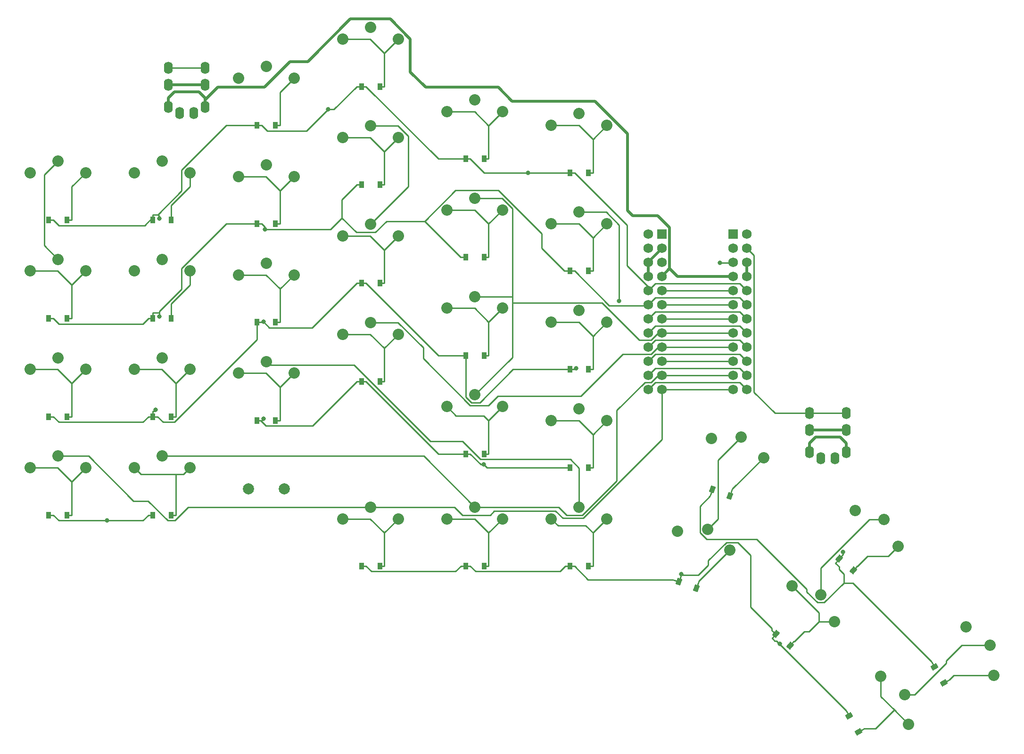
<source format=gbr>
%TF.GenerationSoftware,KiCad,Pcbnew,(6.0.8)*%
%TF.CreationDate,2022-10-04T18:24:03+02:00*%
%TF.ProjectId,board,626f6172-642e-46b6-9963-61645f706362,v1.0.0*%
%TF.SameCoordinates,Original*%
%TF.FileFunction,Copper,L1,Top*%
%TF.FilePolarity,Positive*%
%FSLAX46Y46*%
G04 Gerber Fmt 4.6, Leading zero omitted, Abs format (unit mm)*
G04 Created by KiCad (PCBNEW (6.0.8)) date 2022-10-04 18:24:03*
%MOMM*%
%LPD*%
G01*
G04 APERTURE LIST*
G04 Aperture macros list*
%AMRotRect*
0 Rectangle, with rotation*
0 The origin of the aperture is its center*
0 $1 length*
0 $2 width*
0 $3 Rotation angle, in degrees counterclockwise*
0 Add horizontal line*
21,1,$1,$2,0,0,$3*%
G04 Aperture macros list end*
%TA.AperFunction,ComponentPad*%
%ADD10C,2.032000*%
%TD*%
%TA.AperFunction,SMDPad,CuDef*%
%ADD11R,0.900000X1.200000*%
%TD*%
%TA.AperFunction,SMDPad,CuDef*%
%ADD12RotRect,0.900000X1.200000X340.000000*%
%TD*%
%TA.AperFunction,SMDPad,CuDef*%
%ADD13RotRect,0.900000X1.200000X320.000000*%
%TD*%
%TA.AperFunction,SMDPad,CuDef*%
%ADD14RotRect,0.900000X1.200000X300.000000*%
%TD*%
%TA.AperFunction,ComponentPad*%
%ADD15R,1.752600X1.752600*%
%TD*%
%TA.AperFunction,ComponentPad*%
%ADD16C,1.752600*%
%TD*%
%TA.AperFunction,ComponentPad*%
%ADD17O,1.600000X2.200000*%
%TD*%
%TA.AperFunction,ComponentPad*%
%ADD18C,2.000000*%
%TD*%
%TA.AperFunction,ViaPad*%
%ADD19C,0.800000*%
%TD*%
%TA.AperFunction,Conductor*%
%ADD20C,0.250000*%
%TD*%
%TA.AperFunction,Conductor*%
%ADD21C,0.500000*%
%TD*%
G04 APERTURE END LIST*
D10*
%TO.P,S1,1*%
%TO.N,pinky_off_bottom*%
X23000000Y3800000D03*
%TO.P,S1,2*%
%TO.N,P10*%
X18000000Y5900000D03*
%TO.P,S1,1*%
%TO.N,pinky_off_bottom*%
X13000000Y3800000D03*
%TO.P,S1,2*%
%TO.N,P10*%
X18000000Y5900000D03*
%TD*%
D11*
%TO.P,D1,1*%
%TO.N,P5*%
X16350000Y-4700000D03*
%TO.P,D1,2*%
%TO.N,pinky_off_bottom*%
X19650000Y-4700000D03*
%TD*%
D10*
%TO.P,S2,1*%
%TO.N,pinky_off_home*%
X23000000Y21480000D03*
%TO.P,S2,2*%
%TO.N,P10*%
X18000000Y23580000D03*
%TO.P,S2,1*%
%TO.N,pinky_off_home*%
X13000000Y21480000D03*
%TO.P,S2,2*%
%TO.N,P10*%
X18000000Y23580000D03*
%TD*%
D11*
%TO.P,D2,1*%
%TO.N,P4*%
X16350000Y12980000D03*
%TO.P,D2,2*%
%TO.N,pinky_off_home*%
X19650000Y12980000D03*
%TD*%
D10*
%TO.P,S3,1*%
%TO.N,pinky_off_top*%
X23000000Y39160000D03*
%TO.P,S3,2*%
%TO.N,P10*%
X18000000Y41260000D03*
%TO.P,S3,1*%
%TO.N,pinky_off_top*%
X13000000Y39160000D03*
%TO.P,S3,2*%
%TO.N,P10*%
X18000000Y41260000D03*
%TD*%
D11*
%TO.P,D3,1*%
%TO.N,P3*%
X16350000Y30660000D03*
%TO.P,D3,2*%
%TO.N,pinky_off_top*%
X19650000Y30660000D03*
%TD*%
D10*
%TO.P,S4,1*%
%TO.N,pinky_off_over*%
X23000000Y56840000D03*
%TO.P,S4,2*%
%TO.N,P10*%
X18000000Y58940000D03*
%TO.P,S4,1*%
%TO.N,pinky_off_over*%
X13000000Y56840000D03*
%TO.P,S4,2*%
%TO.N,P10*%
X18000000Y58940000D03*
%TD*%
D11*
%TO.P,D4,1*%
%TO.N,P2*%
X16350000Y48340000D03*
%TO.P,D4,2*%
%TO.N,pinky_off_over*%
X19650000Y48340000D03*
%TD*%
D10*
%TO.P,S5,1*%
%TO.N,pinky_bottom*%
X41720000Y3800000D03*
%TO.P,S5,2*%
%TO.N,P16*%
X36720000Y5900000D03*
%TO.P,S5,1*%
%TO.N,pinky_bottom*%
X31720000Y3800000D03*
%TO.P,S5,2*%
%TO.N,P16*%
X36720000Y5900000D03*
%TD*%
D11*
%TO.P,D5,1*%
%TO.N,P5*%
X35070000Y-4700000D03*
%TO.P,D5,2*%
%TO.N,pinky_bottom*%
X38370000Y-4700000D03*
%TD*%
D10*
%TO.P,S6,1*%
%TO.N,pinky_home*%
X41720000Y21480000D03*
%TO.P,S6,2*%
%TO.N,P16*%
X36720000Y23580000D03*
%TO.P,S6,1*%
%TO.N,pinky_home*%
X31720000Y21480000D03*
%TO.P,S6,2*%
%TO.N,P16*%
X36720000Y23580000D03*
%TD*%
D11*
%TO.P,D6,1*%
%TO.N,P4*%
X35070000Y12980000D03*
%TO.P,D6,2*%
%TO.N,pinky_home*%
X38370000Y12980000D03*
%TD*%
D10*
%TO.P,S7,1*%
%TO.N,pinky_top*%
X41720000Y39160000D03*
%TO.P,S7,2*%
%TO.N,P16*%
X36720000Y41260000D03*
%TO.P,S7,1*%
%TO.N,pinky_top*%
X31720000Y39160000D03*
%TO.P,S7,2*%
%TO.N,P16*%
X36720000Y41260000D03*
%TD*%
D11*
%TO.P,D7,1*%
%TO.N,P3*%
X35070000Y30660000D03*
%TO.P,D7,2*%
%TO.N,pinky_top*%
X38370000Y30660000D03*
%TD*%
D10*
%TO.P,S8,1*%
%TO.N,pinky_over*%
X41720000Y56840000D03*
%TO.P,S8,2*%
%TO.N,P16*%
X36720000Y58940000D03*
%TO.P,S8,1*%
%TO.N,pinky_over*%
X31720000Y56840000D03*
%TO.P,S8,2*%
%TO.N,P16*%
X36720000Y58940000D03*
%TD*%
D11*
%TO.P,D8,1*%
%TO.N,P2*%
X35070000Y48340000D03*
%TO.P,D8,2*%
%TO.N,pinky_over*%
X38370000Y48340000D03*
%TD*%
D10*
%TO.P,S9,1*%
%TO.N,ring_bottom*%
X60440000Y20800000D03*
%TO.P,S9,2*%
%TO.N,P14*%
X55440000Y22900000D03*
%TO.P,S9,1*%
%TO.N,ring_bottom*%
X50440000Y20800000D03*
%TO.P,S9,2*%
%TO.N,P14*%
X55440000Y22900000D03*
%TD*%
D11*
%TO.P,D9,1*%
%TO.N,P5*%
X53790000Y12300000D03*
%TO.P,D9,2*%
%TO.N,ring_bottom*%
X57090000Y12300000D03*
%TD*%
D10*
%TO.P,S10,1*%
%TO.N,ring_home*%
X60440000Y38480000D03*
%TO.P,S10,2*%
%TO.N,P14*%
X55440000Y40580000D03*
%TO.P,S10,1*%
%TO.N,ring_home*%
X50440000Y38480000D03*
%TO.P,S10,2*%
%TO.N,P14*%
X55440000Y40580000D03*
%TD*%
D11*
%TO.P,D10,1*%
%TO.N,P4*%
X53790000Y29980000D03*
%TO.P,D10,2*%
%TO.N,ring_home*%
X57090000Y29980000D03*
%TD*%
D10*
%TO.P,S11,1*%
%TO.N,ring_top*%
X60440000Y56160000D03*
%TO.P,S11,2*%
%TO.N,P14*%
X55440000Y58260000D03*
%TO.P,S11,1*%
%TO.N,ring_top*%
X50440000Y56160000D03*
%TO.P,S11,2*%
%TO.N,P14*%
X55440000Y58260000D03*
%TD*%
D11*
%TO.P,D11,1*%
%TO.N,P3*%
X53790000Y47660000D03*
%TO.P,D11,2*%
%TO.N,ring_top*%
X57090000Y47660000D03*
%TD*%
D10*
%TO.P,S12,1*%
%TO.N,ring_over*%
X60440000Y73840000D03*
%TO.P,S12,2*%
%TO.N,P14*%
X55440000Y75940000D03*
%TO.P,S12,1*%
%TO.N,ring_over*%
X50440000Y73840000D03*
%TO.P,S12,2*%
%TO.N,P14*%
X55440000Y75940000D03*
%TD*%
D11*
%TO.P,D12,1*%
%TO.N,P2*%
X53790000Y65340000D03*
%TO.P,D12,2*%
%TO.N,ring_over*%
X57090000Y65340000D03*
%TD*%
D10*
%TO.P,S13,1*%
%TO.N,middle_bottom*%
X79160000Y27800000D03*
%TO.P,S13,2*%
%TO.N,P15*%
X74160000Y29900000D03*
%TO.P,S13,1*%
%TO.N,middle_bottom*%
X69160000Y27800000D03*
%TO.P,S13,2*%
%TO.N,P15*%
X74160000Y29900000D03*
%TD*%
D11*
%TO.P,D13,1*%
%TO.N,P5*%
X72510000Y19300000D03*
%TO.P,D13,2*%
%TO.N,middle_bottom*%
X75810000Y19300000D03*
%TD*%
D10*
%TO.P,S14,1*%
%TO.N,middle_home*%
X79160000Y45480000D03*
%TO.P,S14,2*%
%TO.N,P15*%
X74160000Y47580000D03*
%TO.P,S14,1*%
%TO.N,middle_home*%
X69160000Y45480000D03*
%TO.P,S14,2*%
%TO.N,P15*%
X74160000Y47580000D03*
%TD*%
D11*
%TO.P,D14,1*%
%TO.N,P4*%
X72510000Y36980000D03*
%TO.P,D14,2*%
%TO.N,middle_home*%
X75810000Y36980000D03*
%TD*%
D10*
%TO.P,S15,1*%
%TO.N,middle_top*%
X79160000Y63160000D03*
%TO.P,S15,2*%
%TO.N,P15*%
X74160000Y65260000D03*
%TO.P,S15,1*%
%TO.N,middle_top*%
X69160000Y63160000D03*
%TO.P,S15,2*%
%TO.N,P15*%
X74160000Y65260000D03*
%TD*%
D11*
%TO.P,D15,1*%
%TO.N,P3*%
X72510000Y54660000D03*
%TO.P,D15,2*%
%TO.N,middle_top*%
X75810000Y54660000D03*
%TD*%
D10*
%TO.P,S16,1*%
%TO.N,middle_over*%
X79160000Y80840000D03*
%TO.P,S16,2*%
%TO.N,P15*%
X74160000Y82940000D03*
%TO.P,S16,1*%
%TO.N,middle_over*%
X69160000Y80840000D03*
%TO.P,S16,2*%
%TO.N,P15*%
X74160000Y82940000D03*
%TD*%
D11*
%TO.P,D16,1*%
%TO.N,P2*%
X72510000Y72340000D03*
%TO.P,D16,2*%
%TO.N,middle_over*%
X75810000Y72340000D03*
%TD*%
D10*
%TO.P,S17,1*%
%TO.N,index_bottom*%
X97880000Y14800000D03*
%TO.P,S17,2*%
%TO.N,P18*%
X92880000Y16900000D03*
%TO.P,S17,1*%
%TO.N,index_bottom*%
X87880000Y14800000D03*
%TO.P,S17,2*%
%TO.N,P18*%
X92880000Y16900000D03*
%TD*%
D11*
%TO.P,D17,1*%
%TO.N,P5*%
X91230000Y6300000D03*
%TO.P,D17,2*%
%TO.N,index_bottom*%
X94530000Y6300000D03*
%TD*%
D10*
%TO.P,S18,1*%
%TO.N,index_home*%
X97880000Y32480000D03*
%TO.P,S18,2*%
%TO.N,P18*%
X92880000Y34580000D03*
%TO.P,S18,1*%
%TO.N,index_home*%
X87880000Y32480000D03*
%TO.P,S18,2*%
%TO.N,P18*%
X92880000Y34580000D03*
%TD*%
D11*
%TO.P,D18,1*%
%TO.N,P4*%
X91230000Y23980000D03*
%TO.P,D18,2*%
%TO.N,index_home*%
X94530000Y23980000D03*
%TD*%
D10*
%TO.P,S19,1*%
%TO.N,index_top*%
X97880000Y50160000D03*
%TO.P,S19,2*%
%TO.N,P18*%
X92880000Y52260000D03*
%TO.P,S19,1*%
%TO.N,index_top*%
X87880000Y50160000D03*
%TO.P,S19,2*%
%TO.N,P18*%
X92880000Y52260000D03*
%TD*%
D11*
%TO.P,D19,1*%
%TO.N,P3*%
X91230000Y41660000D03*
%TO.P,D19,2*%
%TO.N,index_top*%
X94530000Y41660000D03*
%TD*%
D10*
%TO.P,S20,1*%
%TO.N,index_over*%
X97880000Y67840000D03*
%TO.P,S20,2*%
%TO.N,P18*%
X92880000Y69940000D03*
%TO.P,S20,1*%
%TO.N,index_over*%
X87880000Y67840000D03*
%TO.P,S20,2*%
%TO.N,P18*%
X92880000Y69940000D03*
%TD*%
D11*
%TO.P,D20,1*%
%TO.N,P2*%
X91230000Y59340000D03*
%TO.P,D20,2*%
%TO.N,index_over*%
X94530000Y59340000D03*
%TD*%
D10*
%TO.P,S21,1*%
%TO.N,inner_bottom*%
X116600000Y12300000D03*
%TO.P,S21,2*%
%TO.N,P19*%
X111600000Y14400000D03*
%TO.P,S21,1*%
%TO.N,inner_bottom*%
X106600000Y12300000D03*
%TO.P,S21,2*%
%TO.N,P19*%
X111600000Y14400000D03*
%TD*%
D11*
%TO.P,D21,1*%
%TO.N,P5*%
X109950000Y3800000D03*
%TO.P,D21,2*%
%TO.N,inner_bottom*%
X113250000Y3800000D03*
%TD*%
D10*
%TO.P,S22,1*%
%TO.N,inner_home*%
X116600000Y29980000D03*
%TO.P,S22,2*%
%TO.N,P19*%
X111600000Y32080000D03*
%TO.P,S22,1*%
%TO.N,inner_home*%
X106600000Y29980000D03*
%TO.P,S22,2*%
%TO.N,P19*%
X111600000Y32080000D03*
%TD*%
D11*
%TO.P,D22,1*%
%TO.N,P4*%
X109950000Y21480000D03*
%TO.P,D22,2*%
%TO.N,inner_home*%
X113250000Y21480000D03*
%TD*%
D10*
%TO.P,S23,1*%
%TO.N,inner_top*%
X116600000Y47660000D03*
%TO.P,S23,2*%
%TO.N,P19*%
X111600000Y49760000D03*
%TO.P,S23,1*%
%TO.N,inner_top*%
X106600000Y47660000D03*
%TO.P,S23,2*%
%TO.N,P19*%
X111600000Y49760000D03*
%TD*%
D11*
%TO.P,D23,1*%
%TO.N,P3*%
X109950000Y39160000D03*
%TO.P,D23,2*%
%TO.N,inner_top*%
X113250000Y39160000D03*
%TD*%
D10*
%TO.P,S24,1*%
%TO.N,inner_over*%
X116600000Y65340000D03*
%TO.P,S24,2*%
%TO.N,P19*%
X111600000Y67440000D03*
%TO.P,S24,1*%
%TO.N,inner_over*%
X106600000Y65340000D03*
%TO.P,S24,2*%
%TO.N,P19*%
X111600000Y67440000D03*
%TD*%
D11*
%TO.P,D24,1*%
%TO.N,P2*%
X109950000Y56840000D03*
%TO.P,D24,2*%
%TO.N,inner_over*%
X113250000Y56840000D03*
%TD*%
D10*
%TO.P,S25,1*%
%TO.N,inner_thumb*%
X79160000Y-5380000D03*
%TO.P,S25,2*%
%TO.N,P10*%
X74160000Y-3280000D03*
%TO.P,S25,1*%
%TO.N,inner_thumb*%
X69160000Y-5380000D03*
%TO.P,S25,2*%
%TO.N,P10*%
X74160000Y-3280000D03*
%TD*%
D11*
%TO.P,D25,1*%
%TO.N,P7*%
X72510000Y-13880000D03*
%TO.P,D25,2*%
%TO.N,inner_thumb*%
X75810000Y-13880000D03*
%TD*%
D10*
%TO.P,S26,1*%
%TO.N,near_thumb*%
X97880000Y-5380000D03*
%TO.P,S26,2*%
%TO.N,P16*%
X92880000Y-3280000D03*
%TO.P,S26,1*%
%TO.N,near_thumb*%
X87880000Y-5380000D03*
%TO.P,S26,2*%
%TO.N,P16*%
X92880000Y-3280000D03*
%TD*%
D11*
%TO.P,D26,1*%
%TO.N,P7*%
X91230000Y-13880000D03*
%TO.P,D26,2*%
%TO.N,near_thumb*%
X94530000Y-13880000D03*
%TD*%
D10*
%TO.P,S27,1*%
%TO.N,home_thumb*%
X116600000Y-5380000D03*
%TO.P,S27,2*%
%TO.N,P14*%
X111600000Y-3280000D03*
%TO.P,S27,1*%
%TO.N,home_thumb*%
X106600000Y-5380000D03*
%TO.P,S27,2*%
%TO.N,P14*%
X111600000Y-3280000D03*
%TD*%
D11*
%TO.P,D27,1*%
%TO.N,P7*%
X109950000Y-13880000D03*
%TO.P,D27,2*%
%TO.N,home_thumb*%
X113250000Y-13880000D03*
%TD*%
D10*
%TO.P,S28,1*%
%TO.N,far_thumb*%
X138676340Y-11004069D03*
%TO.P,S28,2*%
%TO.N,P15*%
X134696119Y-7320614D03*
%TO.P,S28,1*%
%TO.N,far_thumb*%
X129279413Y-7583867D03*
%TO.P,S28,2*%
%TO.N,P15*%
X134696119Y-7320614D03*
%TD*%
D12*
%TO.P,D28,1*%
%TO.N,P7*%
X129520307Y-16716967D03*
%TO.P,D28,2*%
%TO.N,far_thumb*%
X132621293Y-17845633D03*
%TD*%
D10*
%TO.P,S29,1*%
%TO.N,far_over*%
X144723340Y5609731D03*
%TO.P,S29,2*%
%TO.N,P15*%
X140743119Y9293186D03*
%TO.P,S29,1*%
%TO.N,far_over*%
X135326413Y9029933D03*
%TO.P,S29,2*%
%TO.N,P15*%
X140743119Y9293186D03*
%TD*%
D12*
%TO.P,D29,1*%
%TO.N,P6*%
X135567207Y-103267D03*
%TO.P,D29,2*%
%TO.N,far_over*%
X138668193Y-1231933D03*
%TD*%
D10*
%TO.P,S30,1*%
%TO.N,farther_thumb*%
X157497915Y-23839469D03*
%TO.P,S30,2*%
%TO.N,P18*%
X155017547Y-19016838D03*
%TO.P,S30,1*%
%TO.N,farther_thumb*%
X149837471Y-17411593D03*
%TO.P,S30,2*%
%TO.N,P18*%
X155017547Y-19016838D03*
%TD*%
D13*
%TO.P,D30,1*%
%TO.N,P7*%
X146940027Y-26076300D03*
%TO.P,D30,2*%
%TO.N,farther_thumb*%
X149467973Y-28197500D03*
%TD*%
D10*
%TO.P,S31,1*%
%TO.N,farther_over*%
X168862315Y-10295769D03*
%TO.P,S31,2*%
%TO.N,P18*%
X166381947Y-5473138D03*
%TO.P,S31,1*%
%TO.N,farther_over*%
X161201871Y-3867893D03*
%TO.P,S31,2*%
%TO.N,P18*%
X166381947Y-5473138D03*
%TD*%
D13*
%TO.P,D31,1*%
%TO.N,P6*%
X158304427Y-12532700D03*
%TO.P,D31,2*%
%TO.N,farther_over*%
X160832373Y-14653900D03*
%TD*%
D10*
%TO.P,S32,1*%
%TO.N,outer_thumb*%
X170794297Y-42338127D03*
%TO.P,S32,2*%
%TO.N,P19*%
X170112950Y-36958000D03*
%TO.P,S32,1*%
%TO.N,outer_thumb*%
X165794297Y-33677873D03*
%TO.P,S32,2*%
%TO.N,P19*%
X170112950Y-36958000D03*
%TD*%
D14*
%TO.P,D32,1*%
%TO.N,P7*%
X160108100Y-40829058D03*
%TO.P,D32,2*%
%TO.N,outer_thumb*%
X161758100Y-43686942D03*
%TD*%
D10*
%TO.P,S33,1*%
%TO.N,outer_over*%
X186105597Y-33498127D03*
%TO.P,S33,2*%
%TO.N,P19*%
X185424250Y-28118000D03*
%TO.P,S33,1*%
%TO.N,outer_over*%
X181105597Y-24837873D03*
%TO.P,S33,2*%
%TO.N,P19*%
X185424250Y-28118000D03*
%TD*%
D14*
%TO.P,D33,1*%
%TO.N,P6*%
X175419400Y-31989058D03*
%TO.P,D33,2*%
%TO.N,outer_over*%
X177069400Y-34846942D03*
%TD*%
D15*
%TO.P,MCU1,1*%
%TO.N,RAW*%
X139220000Y45830000D03*
D16*
%TO.P,MCU1,2*%
%TO.N,GND*%
X139220000Y43290000D03*
%TO.P,MCU1,3*%
%TO.N,RST*%
X139220000Y40750000D03*
%TO.P,MCU1,4*%
%TO.N,VCC*%
X139220000Y38210000D03*
%TO.P,MCU1,5*%
%TO.N,P21*%
X139220000Y35670000D03*
%TO.P,MCU1,6*%
%TO.N,P20*%
X139220000Y33130000D03*
%TO.P,MCU1,7*%
%TO.N,P19*%
X139220000Y30590000D03*
%TO.P,MCU1,8*%
%TO.N,P18*%
X139220000Y28050000D03*
%TO.P,MCU1,9*%
%TO.N,P15*%
X139220000Y25510000D03*
%TO.P,MCU1,10*%
%TO.N,P14*%
X139220000Y22970000D03*
%TO.P,MCU1,11*%
%TO.N,P16*%
X139220000Y20430000D03*
%TO.P,MCU1,12*%
%TO.N,P10*%
X139220000Y17890000D03*
%TO.P,MCU1,13*%
%TO.N,P1*%
X123980000Y45830000D03*
%TO.P,MCU1,14*%
%TO.N,P0*%
X123980000Y43290000D03*
%TO.P,MCU1,15*%
%TO.N,GND*%
X123980000Y40750000D03*
%TO.P,MCU1,16*%
X123980000Y38210000D03*
%TO.P,MCU1,17*%
%TO.N,P2*%
X123980000Y35670000D03*
%TO.P,MCU1,18*%
%TO.N,P3*%
X123980000Y33130000D03*
%TO.P,MCU1,19*%
%TO.N,P4*%
X123980000Y30590000D03*
%TO.P,MCU1,20*%
%TO.N,P5*%
X123980000Y28050000D03*
%TO.P,MCU1,21*%
%TO.N,P6*%
X123980000Y25510000D03*
%TO.P,MCU1,22*%
%TO.N,P7*%
X123980000Y22970000D03*
%TO.P,MCU1,23*%
%TO.N,P8*%
X123980000Y20430000D03*
%TO.P,MCU1,24*%
%TO.N,P9*%
X123980000Y17890000D03*
%TD*%
D15*
%TO.P,MCU2,1*%
%TO.N,RAW*%
X126480000Y45830000D03*
D16*
%TO.P,MCU2,2*%
%TO.N,GND*%
X126480000Y43290000D03*
%TO.P,MCU2,3*%
%TO.N,RST*%
X126480000Y40750000D03*
%TO.P,MCU2,4*%
%TO.N,VCC*%
X126480000Y38210000D03*
%TO.P,MCU2,5*%
%TO.N,P21*%
X126480000Y35670000D03*
%TO.P,MCU2,6*%
%TO.N,P20*%
X126480000Y33130000D03*
%TO.P,MCU2,7*%
%TO.N,P19*%
X126480000Y30590000D03*
%TO.P,MCU2,8*%
%TO.N,P18*%
X126480000Y28050000D03*
%TO.P,MCU2,9*%
%TO.N,P15*%
X126480000Y25510000D03*
%TO.P,MCU2,10*%
%TO.N,P14*%
X126480000Y22970000D03*
%TO.P,MCU2,11*%
%TO.N,P16*%
X126480000Y20430000D03*
%TO.P,MCU2,12*%
%TO.N,P10*%
X126480000Y17890000D03*
%TO.P,MCU2,13*%
%TO.N,P1*%
X141720000Y45830000D03*
%TO.P,MCU2,14*%
%TO.N,P0*%
X141720000Y43290000D03*
%TO.P,MCU2,15*%
%TO.N,GND*%
X141720000Y40750000D03*
%TO.P,MCU2,16*%
X141720000Y38210000D03*
%TO.P,MCU2,17*%
%TO.N,P2*%
X141720000Y35670000D03*
%TO.P,MCU2,18*%
%TO.N,P3*%
X141720000Y33130000D03*
%TO.P,MCU2,19*%
%TO.N,P4*%
X141720000Y30590000D03*
%TO.P,MCU2,20*%
%TO.N,P5*%
X141720000Y28050000D03*
%TO.P,MCU2,21*%
%TO.N,P6*%
X141720000Y25510000D03*
%TO.P,MCU2,22*%
%TO.N,P7*%
X141720000Y22970000D03*
%TO.P,MCU2,23*%
%TO.N,P8*%
X141720000Y20430000D03*
%TO.P,MCU2,24*%
%TO.N,P9*%
X141720000Y17890000D03*
%TD*%
D17*
%TO.P,TRRS1,1*%
%TO.N,N/C*%
X154989500Y5507200D03*
%TO.P,TRRS1,2*%
%TO.N,VCC*%
X159589500Y6607200D03*
%TO.P,TRRS1,3*%
%TO.N,GND*%
X159589500Y10607200D03*
%TO.P,TRRS1,4*%
%TO.N,P0*%
X159589500Y13607200D03*
%TD*%
%TO.P,TRRS2,1*%
%TO.N,N/C*%
X157589500Y5507200D03*
%TO.P,TRRS2,2*%
%TO.N,VCC*%
X152989500Y6607200D03*
%TO.P,TRRS2,3*%
%TO.N,GND*%
X152989500Y10607200D03*
%TO.P,TRRS2,4*%
%TO.N,P0*%
X152989500Y13607200D03*
%TD*%
%TO.P,TRRS3,1*%
%TO.N,N/C*%
X39840000Y67580000D03*
%TO.P,TRRS3,2*%
%TO.N,VCC*%
X44440000Y68680000D03*
%TO.P,TRRS3,3*%
%TO.N,GND*%
X44440000Y72680000D03*
%TO.P,TRRS3,4*%
%TO.N,P0*%
X44440000Y75680000D03*
%TD*%
%TO.P,TRRS4,1*%
%TO.N,N/C*%
X42440000Y67580000D03*
%TO.P,TRRS4,2*%
%TO.N,VCC*%
X37840000Y68680000D03*
%TO.P,TRRS4,3*%
%TO.N,GND*%
X37840000Y72680000D03*
%TO.P,TRRS4,4*%
%TO.N,P0*%
X37840000Y75680000D03*
%TD*%
D18*
%TO.P,B1,2*%
%TO.N,GND*%
X52190000Y0D03*
%TO.P,B1,1*%
%TO.N,RST*%
X58690000Y0D03*
%TD*%
D19*
%TO.N,RST*%
X136866400Y40682700D03*
%TO.N,P6*%
X158977600Y-11370600D03*
%TO.N,P7*%
X129956500Y-15336500D03*
X147604600Y-27847700D03*
%TO.N,P19*%
X118796100Y33765100D03*
%TO.N,P2*%
X102460100Y56840000D03*
X36234800Y48614100D03*
X66490700Y68220700D03*
%TO.N,P3*%
X36226700Y30991600D03*
X55210200Y46652400D03*
%TO.N,P4*%
X54900100Y30051600D03*
X111054200Y21706000D03*
X35568100Y14257400D03*
%TO.N,P5*%
X54904400Y12589300D03*
X94466900Y4396800D03*
X26858900Y-5675200D03*
%TD*%
D20*
%TO.N,P9*%
X140450000Y19160000D02*
X141720000Y17890000D01*
X125250000Y19160000D02*
X140450000Y19160000D01*
X123980000Y17890000D02*
X125250000Y19160000D01*
%TO.N,P8*%
X125250000Y21700000D02*
X123980000Y20430000D01*
X140450000Y21700000D02*
X125250000Y21700000D01*
X141720000Y20430000D02*
X140450000Y21700000D01*
%TO.N,P0*%
X37840000Y75680000D02*
X44440000Y75680000D01*
X159589500Y13607200D02*
X152989500Y13607200D01*
X143008500Y42001500D02*
X141720000Y43290000D01*
X143008500Y17371500D02*
X143008500Y42001500D01*
X146772800Y13607200D02*
X143008500Y17371500D01*
X152989500Y13607200D02*
X146772800Y13607200D01*
%TO.N,P20*%
X126480000Y33130000D02*
X139220000Y33130000D01*
%TO.N,P21*%
X126480000Y35670000D02*
X139220000Y35670000D01*
D21*
%TO.N,VCC*%
X43340000Y71380100D02*
X44440000Y70280100D01*
X38940000Y71380100D02*
X43340000Y71380100D01*
X37840000Y70280100D02*
X38940000Y71380100D01*
X37840000Y68680000D02*
X37840000Y70280100D01*
X127870100Y39600100D02*
X126480000Y38210000D01*
X129260200Y38210000D02*
X139220000Y38210000D01*
X127870100Y39600100D02*
X129260200Y38210000D01*
X44440000Y68680000D02*
X44440000Y69976100D01*
X44440000Y69976100D02*
X44440000Y70280100D01*
X127870100Y46972300D02*
X127870100Y39600100D01*
X125692600Y49149800D02*
X127870100Y46972300D01*
X121261900Y49149800D02*
X125692600Y49149800D01*
X120333900Y50077800D02*
X121261900Y49149800D01*
X120333900Y63825300D02*
X120333900Y50077800D01*
X114480900Y69678300D02*
X120333900Y63825300D01*
X99587700Y69678300D02*
X114480900Y69678300D01*
X97064700Y72201300D02*
X99587700Y69678300D01*
X84038000Y72201300D02*
X97064700Y72201300D01*
X81285200Y74954100D02*
X84038000Y72201300D01*
X81285200Y80872300D02*
X81285200Y74954100D01*
X77700000Y84457500D02*
X81285200Y80872300D01*
X70549100Y84457500D02*
X77700000Y84457500D01*
X62917000Y76825400D02*
X70549100Y84457500D01*
X59637300Y76825400D02*
X62917000Y76825400D01*
X55066600Y72254700D02*
X59637300Y76825400D01*
X46718600Y72254700D02*
X55066600Y72254700D01*
X44440000Y69976100D02*
X46718600Y72254700D01*
X158489500Y9307300D02*
X159589500Y8207300D01*
X154089500Y9307300D02*
X158489500Y9307300D01*
X152989500Y8207300D02*
X154089500Y9307300D01*
X152989500Y6607200D02*
X152989500Y8207300D01*
X159589500Y6607200D02*
X159589500Y8207300D01*
D20*
%TO.N,RST*%
X139152700Y40682700D02*
X139220000Y40750000D01*
X136866400Y40682700D02*
X139152700Y40682700D01*
D21*
%TO.N,GND*%
X37840000Y72680000D02*
X44440000Y72680000D01*
X159589500Y10607200D02*
X152989500Y10607200D01*
X141720000Y38210000D02*
X141720000Y40750000D01*
X126480000Y43250000D02*
X123980000Y40750000D01*
X126480000Y43290000D02*
X126480000Y43250000D01*
X123980000Y38210000D02*
X123980000Y40750000D01*
D20*
%TO.N,outer_over*%
X178856000Y-33498100D02*
X178105300Y-34248800D01*
X186105600Y-33498100D02*
X178856000Y-33498100D01*
X177069400Y-34846900D02*
X178105300Y-34248800D01*
%TO.N,outer_thumb*%
X161758100Y-43686900D02*
X162794000Y-43088800D01*
X164832700Y-43088900D02*
X168188900Y-39732700D01*
X162794100Y-43088900D02*
X164832700Y-43088900D01*
X162794000Y-43088800D02*
X162794100Y-43088900D01*
X170794300Y-42338100D02*
X168188900Y-39732700D01*
X165794300Y-37338100D02*
X165794300Y-33677900D01*
X168188900Y-39732700D02*
X165794300Y-37338100D01*
%TO.N,farther_over*%
X161505700Y-13851700D02*
X161505600Y-13851600D01*
X161634600Y-13851700D02*
X161505700Y-13851700D01*
X163403800Y-12082500D02*
X161634600Y-13851700D01*
X167075600Y-12082500D02*
X163403800Y-12082500D01*
X168862300Y-10295800D02*
X167075600Y-12082500D01*
X160832400Y-14653900D02*
X161505600Y-13851600D01*
%TO.N,farther_thumb*%
X149468000Y-28197500D02*
X150141200Y-27395200D01*
X157497900Y-23839500D02*
X154712600Y-23839500D01*
X154712600Y-22286700D02*
X154712600Y-23839500D01*
X149837500Y-17411600D02*
X154712600Y-22286700D01*
X150141300Y-27395300D02*
X150141200Y-27395200D01*
X150270200Y-27395300D02*
X150141300Y-27395300D01*
X152039300Y-25626200D02*
X150270200Y-27395300D01*
X152925900Y-25626200D02*
X152039300Y-25626200D01*
X154712600Y-23839500D02*
X152925900Y-25626200D01*
%TO.N,P6*%
X158977600Y-11730300D02*
X158977700Y-11730400D01*
X158977600Y-11370600D02*
X158977600Y-11730300D01*
X158304400Y-12532700D02*
X158977700Y-11730400D01*
X158304400Y-12532700D02*
X157631200Y-13335000D01*
X175419400Y-31989100D02*
X174876200Y-31048200D01*
X125250000Y26780000D02*
X123980000Y25510000D01*
X140450000Y26780000D02*
X125250000Y26780000D01*
X141720000Y25510000D02*
X140450000Y26780000D01*
X135567200Y-103300D02*
X135131000Y-1301800D01*
X160735700Y-16907700D02*
X174876200Y-31048200D01*
X159140700Y-16907700D02*
X160735700Y-16907700D01*
X159140700Y-15312700D02*
X159140700Y-16907700D01*
X158304400Y-14476400D02*
X159140700Y-15312700D01*
X158304400Y-14008200D02*
X158304400Y-14476400D01*
X157631200Y-13335000D02*
X158304400Y-14008200D01*
X133294100Y-3138700D02*
X135131000Y-1301800D01*
X133294100Y-7903300D02*
X133294100Y-3138700D01*
X134478500Y-9087700D02*
X133294100Y-7903300D01*
X143522600Y-9087700D02*
X134478500Y-9087700D01*
X152505400Y-18070500D02*
X143522600Y-9087700D01*
X152505400Y-18509600D02*
X152505400Y-18070500D01*
X154403700Y-20407900D02*
X152505400Y-18509600D01*
X155640500Y-20407900D02*
X154403700Y-20407900D01*
X159140700Y-16907700D02*
X155640500Y-20407900D01*
%TO.N,far_over*%
X139104300Y-33400D02*
X139104400Y-33400D01*
X139104300Y-9300D02*
X139104300Y-33400D01*
X144723300Y5609700D02*
X139104300Y-9300D01*
X138668200Y-1231900D02*
X139104400Y-33400D01*
%TO.N,far_thumb*%
X133057400Y-16647100D02*
X133057500Y-16647100D01*
X133057400Y-16623000D02*
X133057400Y-16647100D01*
X138676300Y-11004100D02*
X133057400Y-16623000D01*
X132621300Y-17845600D02*
X133057500Y-16647100D01*
%TO.N,home_thumb*%
X113250000Y-13880000D02*
X114075100Y-13880000D01*
X116600000Y-5380000D02*
X114075100Y-7904900D01*
X114075100Y-7904900D02*
X114075100Y-13880000D01*
X112801400Y-6631200D02*
X114075100Y-7904900D01*
X107851200Y-6631200D02*
X112801400Y-6631200D01*
X106600000Y-5380000D02*
X107851200Y-6631200D01*
%TO.N,near_thumb*%
X94530000Y-13880000D02*
X95355100Y-13880000D01*
X92830200Y-5380000D02*
X87880000Y-5380000D01*
X95355100Y-7904900D02*
X92830200Y-5380000D01*
X97880000Y-5380000D02*
X95355100Y-7904900D01*
X95355100Y-7904900D02*
X95355100Y-13880000D01*
%TO.N,P7*%
X74310300Y-14855200D02*
X73335100Y-13880000D01*
X89429700Y-14855200D02*
X74310300Y-14855200D01*
X90404900Y-13880000D02*
X89429700Y-14855200D01*
X91230000Y-13880000D02*
X90404900Y-13880000D01*
X72510000Y-13880000D02*
X73335100Y-13880000D01*
X93030300Y-14855200D02*
X92055100Y-13880000D01*
X108149700Y-14855200D02*
X93030300Y-14855200D01*
X109124900Y-13880000D02*
X108149700Y-14855200D01*
X109950000Y-13880000D02*
X109124900Y-13880000D01*
X91230000Y-13880000D02*
X92055100Y-13880000D01*
X113208500Y-16313400D02*
X110775100Y-13880000D01*
X128411300Y-16313400D02*
X113208500Y-16313400D01*
X129520300Y-16717000D02*
X128411300Y-16313400D01*
X109950000Y-13880000D02*
X110775100Y-13880000D01*
X129520300Y-16717000D02*
X129956600Y-15518300D01*
X160108100Y-40829100D02*
X159564900Y-39888200D01*
X146940000Y-26076300D02*
X146266800Y-26878600D01*
X125250000Y24240000D02*
X123980000Y22970000D01*
X140450000Y24240000D02*
X125250000Y24240000D01*
X141720000Y22970000D02*
X140450000Y24240000D01*
X129956500Y-15518300D02*
X129956600Y-15518300D01*
X129956500Y-15336500D02*
X129956500Y-15518300D01*
X146242600Y-25066800D02*
X146242600Y-25491000D01*
X142403100Y-21227300D02*
X146242600Y-25066800D01*
X142403100Y-11923300D02*
X142403100Y-21227300D01*
X142403000Y-11923300D02*
X142403100Y-11923300D01*
X141063800Y-10584100D02*
X142403000Y-11923300D01*
X141063700Y-10584100D02*
X141063800Y-10584100D01*
X140092500Y-9612900D02*
X141063700Y-10584100D01*
X138054100Y-9612900D02*
X140092500Y-9612900D01*
X134787900Y-12879100D02*
X138054100Y-9612900D01*
X134787900Y-13710400D02*
X134787900Y-12879100D01*
X132980000Y-15518300D02*
X134787900Y-13710400D01*
X129956600Y-15518300D02*
X132980000Y-15518300D01*
X146940000Y-26076300D02*
X146242600Y-25491000D01*
X147564500Y-27887800D02*
X147604600Y-27847700D01*
X159564900Y-39888200D02*
X147564500Y-27887800D01*
X146741900Y-27353700D02*
X146266800Y-26878600D01*
X147030400Y-27353700D02*
X146741900Y-27353700D01*
X147564500Y-27887800D02*
X147030400Y-27353700D01*
%TO.N,inner_thumb*%
X75810000Y-13880000D02*
X76635100Y-13880000D01*
X74110200Y-5380000D02*
X69160000Y-5380000D01*
X76635100Y-7904900D02*
X74110200Y-5380000D01*
X79160000Y-5380000D02*
X76635100Y-7904900D01*
X76635100Y-7904900D02*
X76635100Y-13880000D01*
%TO.N,inner_over*%
X113250000Y56840000D02*
X114075100Y56840000D01*
X111550200Y65340000D02*
X106600000Y65340000D01*
X114075100Y62815100D02*
X111550200Y65340000D01*
X116600000Y65340000D02*
X114075100Y62815100D01*
X114075100Y62815100D02*
X114075100Y56840000D01*
%TO.N,inner_top*%
X113250000Y39160000D02*
X114075100Y39160000D01*
X111550200Y47660000D02*
X106600000Y47660000D01*
X114075100Y45135100D02*
X111550200Y47660000D01*
X116600000Y47660000D02*
X114075100Y45135100D01*
X114075100Y45135100D02*
X114075100Y39160000D01*
%TO.N,inner_home*%
X113250000Y21480000D02*
X114075100Y21480000D01*
X111550200Y29980000D02*
X106600000Y29980000D01*
X114075100Y27455100D02*
X111550200Y29980000D01*
X116600000Y29980000D02*
X114075100Y27455100D01*
X114075100Y27455100D02*
X114075100Y21480000D01*
%TO.N,P19*%
X126480000Y30590000D02*
X139220000Y30590000D01*
X116467700Y49760000D02*
X111600000Y49760000D01*
X118796100Y47431600D02*
X116467700Y49760000D01*
X118796100Y33765100D02*
X118796100Y47431600D01*
X171839800Y-36958000D02*
X170112900Y-36958000D01*
X177497400Y-31300400D02*
X171839800Y-36958000D01*
X177497400Y-30905100D02*
X177497400Y-31300400D01*
X180284500Y-28118000D02*
X177497400Y-30905100D01*
X185424200Y-28118000D02*
X180284500Y-28118000D01*
%TO.N,inner_bottom*%
X113250000Y3800000D02*
X114075100Y3800000D01*
X111550200Y12300000D02*
X106600000Y12300000D01*
X114075100Y9775100D02*
X111550200Y12300000D01*
X114075100Y3800000D02*
X114075100Y9775100D01*
X114075100Y9775100D02*
X116600000Y12300000D01*
%TO.N,index_over*%
X94530000Y59340000D02*
X95355100Y59340000D01*
X92830200Y67840000D02*
X87880000Y67840000D01*
X95355100Y65315100D02*
X92830200Y67840000D01*
X97880000Y67840000D02*
X95355100Y65315100D01*
X95355100Y65315100D02*
X95355100Y59340000D01*
%TO.N,index_top*%
X94530000Y41660000D02*
X95355100Y41660000D01*
X92830200Y50160000D02*
X87880000Y50160000D01*
X95355100Y47635100D02*
X92830200Y50160000D01*
X97880000Y50160000D02*
X95355100Y47635100D01*
X95355100Y47635100D02*
X95355100Y41660000D01*
%TO.N,index_home*%
X94530000Y23980000D02*
X95355100Y23980000D01*
X92830200Y32480000D02*
X87880000Y32480000D01*
X95355100Y29955100D02*
X92830200Y32480000D01*
X97880000Y32480000D02*
X95355100Y29955100D01*
X95355100Y29955100D02*
X95355100Y23980000D01*
%TO.N,P18*%
X126480000Y28050000D02*
X139220000Y28050000D01*
X155017500Y-14215700D02*
X155017500Y-19016800D01*
X163760100Y-5473100D02*
X155017500Y-14215700D01*
X166381900Y-5473100D02*
X163760100Y-5473100D01*
X97754200Y52260000D02*
X92880000Y52260000D01*
X99631700Y50382500D02*
X97754200Y52260000D01*
X99631700Y34580000D02*
X99631700Y50382500D01*
X92880000Y34580000D02*
X99631700Y34580000D01*
X125781300Y28050000D02*
X126480000Y28050000D01*
X124511300Y26780000D02*
X125781300Y28050000D01*
X122420400Y26780000D02*
X124511300Y26780000D01*
X115717300Y33483100D02*
X122420400Y26780000D01*
X99631700Y33483100D02*
X115717300Y33483100D01*
X99631700Y34580000D02*
X99631700Y33483100D01*
X99631700Y23651700D02*
X92880000Y16900000D01*
X99631700Y33483100D02*
X99631700Y23651700D01*
%TO.N,index_bottom*%
X94530000Y6300000D02*
X95355100Y6300000D01*
X97880000Y14800000D02*
X95355100Y12275100D01*
X95355100Y12275100D02*
X95355100Y6300000D01*
X94467600Y13162600D02*
X95355100Y12275100D01*
X89517400Y13162600D02*
X94467600Y13162600D01*
X87880000Y14800000D02*
X89517400Y13162600D01*
%TO.N,middle_over*%
X75810000Y72340000D02*
X76635100Y72340000D01*
X74110200Y80840000D02*
X69160000Y80840000D01*
X76635100Y78315100D02*
X74110200Y80840000D01*
X79160000Y80840000D02*
X76635100Y78315100D01*
X76635100Y78315100D02*
X76635100Y72340000D01*
%TO.N,middle_top*%
X75810000Y54660000D02*
X76635100Y54660000D01*
X74110200Y63160000D02*
X69160000Y63160000D01*
X76635100Y60635100D02*
X74110200Y63160000D01*
X79160000Y63160000D02*
X76635100Y60635100D01*
X76635100Y60635100D02*
X76635100Y54660000D01*
%TO.N,middle_home*%
X75810000Y36980000D02*
X76635100Y36980000D01*
X74110200Y45480000D02*
X69160000Y45480000D01*
X76635100Y42955100D02*
X74110200Y45480000D01*
X79160000Y45480000D02*
X76635100Y42955100D01*
X76635100Y42955100D02*
X76635100Y36980000D01*
%TO.N,P15*%
X80913100Y54333100D02*
X74160000Y47580000D01*
X80913100Y63418800D02*
X80913100Y54333100D01*
X79071900Y65260000D02*
X80913100Y63418800D01*
X74160000Y65260000D02*
X79071900Y65260000D01*
X139220000Y25510000D02*
X126480000Y25510000D01*
X79079200Y29900000D02*
X74160000Y29900000D01*
X83604900Y25374300D02*
X79079200Y29900000D01*
X83604900Y23426000D02*
X83604900Y25374300D01*
X92043400Y14987500D02*
X83604900Y23426000D01*
X95292500Y14987500D02*
X92043400Y14987500D01*
X97003000Y16698000D02*
X95292500Y14987500D01*
X111930600Y16698000D02*
X97003000Y16698000D01*
X119472600Y24240000D02*
X111930600Y16698000D01*
X124542600Y24240000D02*
X119472600Y24240000D01*
X125812600Y25510000D02*
X124542600Y24240000D01*
X126480000Y25510000D02*
X125812600Y25510000D01*
X136574900Y-5441800D02*
X134696100Y-7320600D01*
X136574900Y5125000D02*
X136574900Y-5441800D01*
X140743100Y9293200D02*
X136574900Y5125000D01*
%TO.N,middle_bottom*%
X75810000Y19300000D02*
X76635100Y19300000D01*
X74110200Y27800000D02*
X69160000Y27800000D01*
X76635100Y25275100D02*
X74110200Y27800000D01*
X79160000Y27800000D02*
X76635100Y25275100D01*
X76635100Y25275100D02*
X76635100Y19300000D01*
%TO.N,ring_over*%
X57915100Y71315100D02*
X57915100Y65340000D01*
X60440000Y73840000D02*
X57915100Y71315100D01*
X57090000Y65340000D02*
X57915100Y65340000D01*
%TO.N,ring_top*%
X57090000Y47660000D02*
X57915100Y47660000D01*
X55390200Y56160000D02*
X50440000Y56160000D01*
X57915100Y53635100D02*
X55390200Y56160000D01*
X60440000Y56160000D02*
X57915100Y53635100D01*
X57915100Y53635100D02*
X57915100Y47660000D01*
%TO.N,ring_home*%
X57090000Y29980000D02*
X57915100Y29980000D01*
X55390200Y38480000D02*
X50440000Y38480000D01*
X57915100Y35955100D02*
X55390200Y38480000D01*
X60440000Y38480000D02*
X57915100Y35955100D01*
X57915100Y35955100D02*
X57915100Y29980000D01*
%TO.N,P14*%
X126480000Y22970000D02*
X139220000Y22970000D01*
X56031200Y22308800D02*
X55440000Y22900000D01*
X71182800Y22308800D02*
X56031200Y22308800D01*
X84901400Y8590200D02*
X71182800Y22308800D01*
X90621400Y8590200D02*
X84901400Y8590200D01*
X93886800Y5324800D02*
X90621400Y8590200D01*
X110038600Y5324800D02*
X93886800Y5324800D01*
X111600000Y3763400D02*
X110038600Y5324800D01*
X111600000Y-3280000D02*
X111600000Y3763400D01*
%TO.N,ring_bottom*%
X57090000Y12300000D02*
X57915100Y12300000D01*
X55390200Y20800000D02*
X50440000Y20800000D01*
X57915100Y18275100D02*
X55390200Y20800000D01*
X60440000Y20800000D02*
X57915100Y18275100D01*
X57915100Y18275100D02*
X57915100Y12300000D01*
%TO.N,pinky_over*%
X38370000Y50997100D02*
X38370000Y48340000D01*
X41720000Y54347100D02*
X38370000Y50997100D01*
X41720000Y56840000D02*
X41720000Y54347100D01*
%TO.N,pinky_top*%
X38370000Y33317100D02*
X38370000Y30660000D01*
X41720000Y36667100D02*
X38370000Y33317100D01*
X41720000Y39160000D02*
X41720000Y36667100D01*
%TO.N,pinky_home*%
X38370000Y12980000D02*
X39195100Y12980000D01*
X36670200Y21480000D02*
X31720000Y21480000D01*
X39195100Y18955100D02*
X36670200Y21480000D01*
X39195100Y12980000D02*
X39195100Y18955100D01*
X39195100Y18955100D02*
X41720000Y21480000D01*
%TO.N,P16*%
X139220000Y20430000D02*
X126480000Y20430000D01*
X107948300Y-3280000D02*
X92880000Y-3280000D01*
X109382700Y-4714400D02*
X107948300Y-3280000D01*
X112137700Y-4714400D02*
X109382700Y-4714400D01*
X118334400Y1482300D02*
X112137700Y-4714400D01*
X118334400Y14103300D02*
X118334400Y1482300D01*
X123391000Y19159900D02*
X118334400Y14103300D01*
X124511200Y19159900D02*
X123391000Y19159900D01*
X125781300Y20430000D02*
X124511200Y19159900D01*
X126480000Y20430000D02*
X125781300Y20430000D01*
X83700000Y5900000D02*
X36720000Y5900000D01*
X92880000Y-3280000D02*
X83700000Y5900000D01*
%TO.N,pinky_bottom*%
X38370000Y-4700000D02*
X39195100Y-4700000D01*
X39195100Y-4700000D02*
X39195100Y2597600D01*
X40517600Y2597600D02*
X39195100Y2597600D01*
X41720000Y3800000D02*
X40517600Y2597600D01*
X32922400Y2597600D02*
X31720000Y3800000D01*
X39195100Y2597600D02*
X32922400Y2597600D01*
%TO.N,P2*%
X91230000Y59340000D02*
X92055100Y59340000D01*
X94555100Y56840000D02*
X92055100Y59340000D01*
X102460100Y56840000D02*
X94555100Y56840000D01*
X36234800Y49030700D02*
X36234800Y48614100D01*
X35950400Y49315100D02*
X36234800Y49030700D01*
X40191700Y53556400D02*
X35950400Y49315100D01*
X40191700Y57285800D02*
X40191700Y53556400D01*
X48245900Y65340000D02*
X40191700Y57285800D01*
X53790000Y65340000D02*
X48245900Y65340000D01*
X35950400Y49315100D02*
X35070000Y49315100D01*
X35070000Y48340000D02*
X35070000Y48827600D01*
X35070000Y48827600D02*
X35070000Y49315100D01*
X18171800Y47343300D02*
X17175100Y48340000D01*
X33585700Y47343300D02*
X18171800Y47343300D01*
X35070000Y48827600D02*
X33585700Y47343300D01*
X16350000Y48340000D02*
X17175100Y48340000D01*
X53790000Y65340000D02*
X54615100Y65340000D01*
X67565600Y68220700D02*
X71684900Y72340000D01*
X66490700Y68220700D02*
X67565600Y68220700D01*
X55611800Y64343300D02*
X54615100Y65340000D01*
X62613300Y64343300D02*
X55611800Y64343300D01*
X66490700Y68220700D02*
X62613300Y64343300D01*
X125250000Y36940000D02*
X124322800Y36012800D01*
X140450000Y36940000D02*
X125250000Y36940000D01*
X141720000Y35670000D02*
X140450000Y36940000D01*
X124322800Y36012800D02*
X123980000Y35670000D01*
X102460100Y56840000D02*
X109950000Y56840000D01*
X120222100Y40113500D02*
X124322800Y36012800D01*
X120222100Y47393000D02*
X120222100Y40113500D01*
X110775100Y56840000D02*
X120222100Y47393000D01*
X109950000Y56840000D02*
X110775100Y56840000D01*
X72427800Y72340000D02*
X71684900Y72340000D01*
X72427800Y72340000D02*
X72510000Y72340000D01*
X86335100Y59340000D02*
X91230000Y59340000D01*
X73335100Y72340000D02*
X86335100Y59340000D01*
X72510000Y72340000D02*
X73335100Y72340000D01*
%TO.N,pinky_off_over*%
X20475100Y54315100D02*
X23000000Y56840000D01*
X20475100Y48340000D02*
X20475100Y54315100D01*
X19650000Y48340000D02*
X20475100Y48340000D01*
%TO.N,P3*%
X18171800Y29663300D02*
X17175100Y30660000D01*
X33248200Y29663300D02*
X18171800Y29663300D01*
X34244900Y30660000D02*
X33248200Y29663300D01*
X35070000Y30660000D02*
X34244900Y30660000D01*
X16350000Y30660000D02*
X17175100Y30660000D01*
X72510000Y54660000D02*
X71684900Y54660000D01*
X35070000Y30660000D02*
X35070000Y31635100D01*
X69004800Y51979900D02*
X71684900Y54660000D01*
X69004800Y48721000D02*
X69004800Y51979900D01*
X36226700Y31635100D02*
X36226700Y30991600D01*
X36226700Y31911400D02*
X36226700Y31635100D01*
X40191700Y35876400D02*
X36226700Y31911400D01*
X40191700Y39605800D02*
X40191700Y35876400D01*
X48245900Y47660000D02*
X40191700Y39605800D01*
X53790000Y47660000D02*
X48245900Y47660000D01*
X36226700Y31635100D02*
X35070000Y31635100D01*
X53790000Y47660000D02*
X54615100Y47660000D01*
X66936200Y46652400D02*
X55210200Y46652400D01*
X69004800Y48721000D02*
X66936200Y46652400D01*
X55210200Y47064900D02*
X54615100Y47660000D01*
X55210200Y46652400D02*
X55210200Y47064900D01*
X89395300Y53655600D02*
X83872100Y48132400D01*
X97083400Y53655600D02*
X89395300Y53655600D01*
X104873900Y45865100D02*
X97083400Y53655600D01*
X104873900Y43254400D02*
X104873900Y45865100D01*
X108968300Y39160000D02*
X104873900Y43254400D01*
X109950000Y39160000D02*
X108968300Y39160000D01*
X90344500Y41660000D02*
X83872100Y48132400D01*
X91230000Y41660000D02*
X90344500Y41660000D01*
X71585400Y46140400D02*
X69004800Y48721000D01*
X75002400Y46140400D02*
X71585400Y46140400D01*
X76994400Y48132400D02*
X75002400Y46140400D01*
X83872100Y48132400D02*
X76994400Y48132400D01*
X125250000Y34400000D02*
X123980000Y33130000D01*
X140450000Y34400000D02*
X125250000Y34400000D01*
X141720000Y33130000D02*
X140450000Y34400000D01*
X116970700Y32964400D02*
X110775100Y39160000D01*
X123814400Y32964400D02*
X116970700Y32964400D01*
X123980000Y33130000D02*
X123814400Y32964400D01*
X109950000Y39160000D02*
X110775100Y39160000D01*
%TO.N,pinky_off_top*%
X19650000Y30660000D02*
X20475100Y30660000D01*
X17950200Y39160000D02*
X13000000Y39160000D01*
X20475100Y36635100D02*
X17950200Y39160000D01*
X23000000Y39160000D02*
X20475100Y36635100D01*
X20475100Y36635100D02*
X20475100Y30660000D01*
%TO.N,P4*%
X18171800Y11983300D02*
X17175100Y12980000D01*
X33248200Y11983300D02*
X18171800Y11983300D01*
X34244900Y12980000D02*
X33248200Y11983300D01*
X35070000Y12980000D02*
X34244900Y12980000D01*
X16350000Y12980000D02*
X17175100Y12980000D01*
X72510000Y36980000D02*
X71684900Y36980000D01*
X54686700Y30051600D02*
X54615100Y29980000D01*
X54900100Y30051600D02*
X54686700Y30051600D01*
X63668500Y28963600D02*
X71684900Y36980000D01*
X55988100Y28963600D02*
X63668500Y28963600D01*
X54900100Y30051600D02*
X55988100Y28963600D01*
X54202600Y29980000D02*
X54615100Y29980000D01*
X125250000Y31860000D02*
X123980000Y30590000D01*
X140450000Y31860000D02*
X125250000Y31860000D01*
X141720000Y30590000D02*
X140450000Y31860000D01*
X72510000Y36980000D02*
X73335100Y36980000D01*
X86335100Y23980000D02*
X73335100Y36980000D01*
X91230000Y23980000D02*
X86335100Y23980000D01*
X111001100Y21706000D02*
X110775100Y21480000D01*
X111054200Y21706000D02*
X111001100Y21706000D01*
X35265800Y13955100D02*
X35070000Y13955100D01*
X35568100Y14257400D02*
X35265800Y13955100D01*
X35070000Y12980000D02*
X35070000Y13955100D01*
X54202600Y29980000D02*
X53790000Y29980000D01*
X35070000Y12980000D02*
X35895100Y12980000D01*
X36891800Y11983300D02*
X35895100Y12980000D01*
X38956300Y11983300D02*
X36891800Y11983300D01*
X53790000Y26817000D02*
X38956300Y11983300D01*
X53790000Y29980000D02*
X53790000Y26817000D01*
X110362600Y21480000D02*
X110775100Y21480000D01*
X110362600Y21480000D02*
X109950000Y21480000D01*
X91230000Y16510500D02*
X91230000Y23980000D01*
X92236300Y15504200D02*
X91230000Y16510500D01*
X93766200Y15504200D02*
X92236300Y15504200D01*
X99742000Y21480000D02*
X93766200Y15504200D01*
X109950000Y21480000D02*
X99742000Y21480000D01*
%TO.N,pinky_off_home*%
X19650000Y12980000D02*
X20475100Y12980000D01*
X17950200Y21480000D02*
X13000000Y21480000D01*
X20475100Y18955100D02*
X17950200Y21480000D01*
X23000000Y21480000D02*
X20475100Y18955100D01*
X20475100Y18955100D02*
X20475100Y12980000D01*
%TO.N,P5*%
X35070000Y-4700000D02*
X34244900Y-4700000D01*
X16350000Y-4700000D02*
X17175100Y-4700000D01*
X54904400Y12589300D02*
X54615100Y12300000D01*
X93958300Y4396800D02*
X92055100Y6300000D01*
X94466900Y4396800D02*
X93958300Y4396800D01*
X95063700Y3800000D02*
X94466900Y4396800D01*
X109950000Y3800000D02*
X95063700Y3800000D01*
X54202600Y12300000D02*
X53790000Y12300000D01*
X125250000Y29320000D02*
X123980000Y28050000D01*
X140450000Y29320000D02*
X125250000Y29320000D01*
X141720000Y28050000D02*
X140450000Y29320000D01*
X91642600Y6300000D02*
X92055100Y6300000D01*
X33269700Y-5675200D02*
X26858900Y-5675200D01*
X34244900Y-4700000D02*
X33269700Y-5675200D01*
X18150300Y-5675200D02*
X17175100Y-4700000D01*
X26858900Y-5675200D02*
X18150300Y-5675200D01*
X91642600Y6300000D02*
X91230000Y6300000D01*
X86335100Y6300000D02*
X73335100Y19300000D01*
X91230000Y6300000D02*
X86335100Y6300000D01*
X54202600Y12300000D02*
X54408900Y12300000D01*
X54408900Y12300000D02*
X54615100Y12300000D01*
X63709700Y11324800D02*
X71684900Y19300000D01*
X55384100Y11324800D02*
X63709700Y11324800D01*
X54408900Y12300000D02*
X55384100Y11324800D01*
X72510000Y19300000D02*
X71684900Y19300000D01*
X72510000Y19300000D02*
X73335100Y19300000D01*
%TO.N,P10*%
X126480000Y17890000D02*
X139220000Y17890000D01*
X41419900Y-3280000D02*
X74160000Y-3280000D01*
X38997900Y-5702000D02*
X41419900Y-3280000D01*
X37750900Y-5702000D02*
X38997900Y-5702000D01*
X34210200Y-2161300D02*
X37750900Y-5702000D01*
X31572000Y-2161300D02*
X34210200Y-2161300D01*
X23510700Y5900000D02*
X31572000Y-2161300D01*
X18000000Y5900000D02*
X23510700Y5900000D01*
X126480000Y8870500D02*
X126480000Y17890000D01*
X112348500Y-5261000D02*
X126480000Y8870500D01*
X108657900Y-5261000D02*
X112348500Y-5261000D01*
X107364600Y-3967700D02*
X108657900Y-5261000D01*
X96376500Y-3967700D02*
X107364600Y-3967700D01*
X95624600Y-4719600D02*
X96376500Y-3967700D01*
X90701800Y-4719600D02*
X95624600Y-4719600D01*
X89262200Y-3280000D02*
X90701800Y-4719600D01*
X74160000Y-3280000D02*
X89262200Y-3280000D01*
X15524800Y56464800D02*
X18000000Y58940000D01*
X15524800Y43735200D02*
X15524800Y56464800D01*
X18000000Y41260000D02*
X15524800Y43735200D01*
%TO.N,pinky_off_bottom*%
X19650000Y-4700000D02*
X20475100Y-4700000D01*
X17950200Y3800000D02*
X13000000Y3800000D01*
X20475100Y1275100D02*
X17950200Y3800000D01*
X23000000Y3800000D02*
X20475100Y1275100D01*
X20475100Y1275100D02*
X20475100Y-4700000D01*
%TD*%
M02*

</source>
